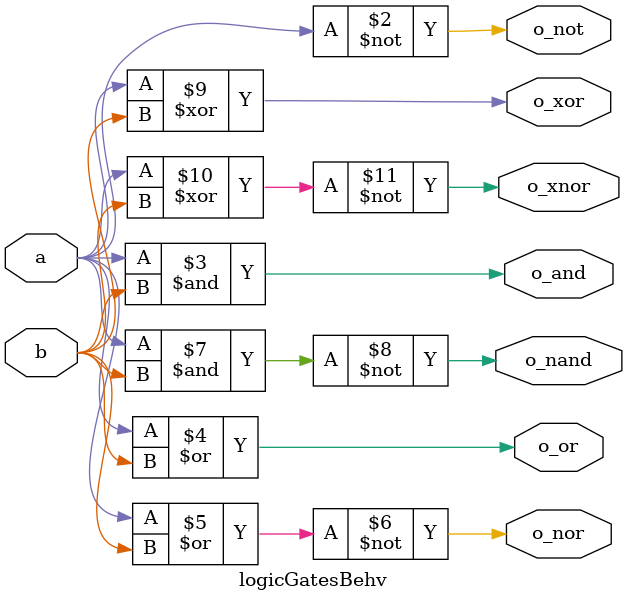
<source format=v>
`timescale 1ns / 1ps


module logicGatesBehv(
input a,
input b,
output reg o_not,
output reg o_and,
output reg o_or,
output reg o_nor,
output reg o_nand,
output reg o_xor,
output reg o_xnor
    );
    always @(a,b)
    begin
    o_not = ~a;
    o_and = a&b;
    o_or = a|b;
    o_nor = ~(a|b);
    o_nand = ~(a&b);
    o_xor = a^b ;
    o_xnor = ~(a^b);
    end
endmodule

</source>
